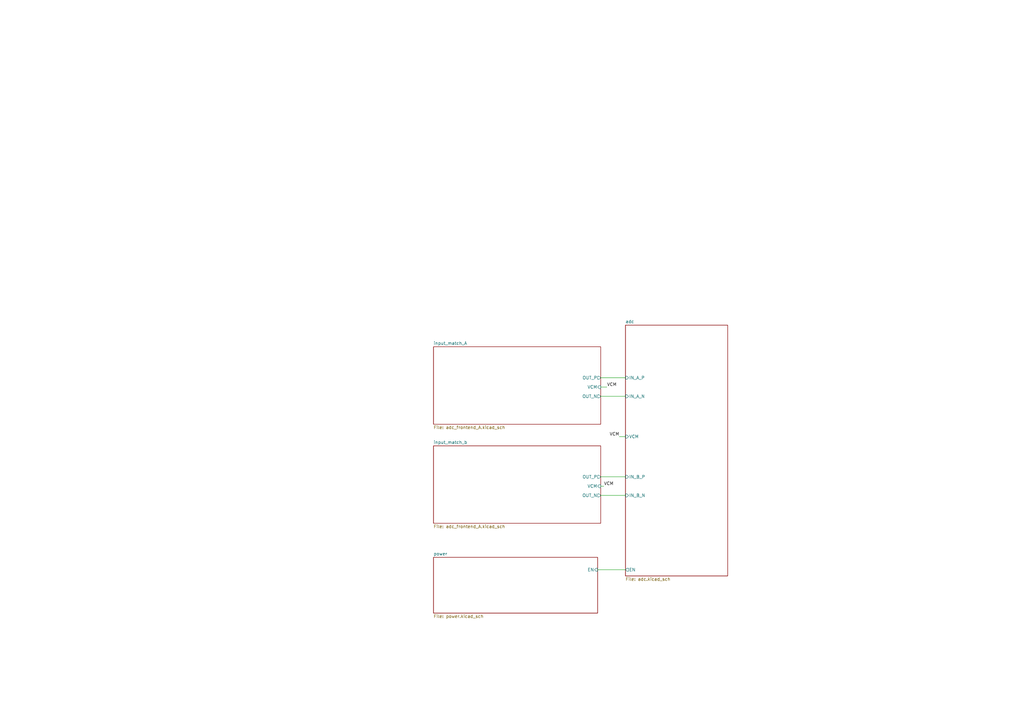
<source format=kicad_sch>
(kicad_sch (version 20230121) (generator eeschema)
  (paper "A3")
  (lib_symbols)
  (wire (pts (xy 256.54 233.68) (xy 245.11 233.68)))
  (wire (pts (xy 246.38 199.39) (xy 247.65 199.39)))
  (wire (pts (xy 254 179.07) (xy 256.54 179.07)))
  (wire (pts (xy 246.38 162.56) (xy 256.54 162.56)))
  (wire (pts (xy 246.38 154.94) (xy 256.54 154.94)))
  (wire (pts (xy 246.38 195.58) (xy 256.54 195.58)))
  (wire (pts (xy 246.38 203.2) (xy 256.54 203.2)))
  (wire (pts (xy 246.38 158.75) (xy 248.92 158.75)))
  (label "VCM" (at 247.65 199.39 0))
  (label "VCM" (at 254 179.07 180))
  (label "VCM" (at 248.92 158.75 0))
  (sheet (at 177.8 142.24) (size 68.58 31.75)
    (property "Sheetname" "input_match_A" (at 177.8 141.5284 0) (effects (justify left bottom)))
    (property "Sheetfile" "adc_frontend_A.kicad_sch" (at 177.8 174.5746 0) (effects (justify left top)))
    (pin "VCM" input (at 246.38 158.75 0))
    (pin "OUT_P" output (at 246.38 154.94 0))
    (pin "OUT_N" output (at 246.38 162.56 0))
  )
  (sheet (at 256.54 133.35) (size 41.91 102.87)
    (property "Sheetname" "adc" (at 256.54 132.6384 0) (effects (justify left bottom)))
    (property "Sheetfile" "adc.kicad_sch" (at 256.54 236.8046 0) (effects (justify left top)))
    (pin "IN_A_P" input (at 256.54 154.94 180))
    (pin "IN_A_N" input (at 256.54 162.56 180))
    (pin "IN_B_N" input (at 256.54 203.2 180))
    (pin "IN_B_P" input (at 256.54 195.58 180))
    (pin "VCM" input (at 256.54 179.07 180))
    (pin "EN" output (at 256.54 233.68 180))
  )
  (sheet (at 177.8 182.88) (size 68.58 31.75)
    (property "Sheetname" "input_match_b" (at 177.8 182.1684 0) (effects (justify left bottom)))
    (property "Sheetfile" "adc_frontend_A.kicad_sch" (at 177.8 215.2146 0) (effects (justify left top)))
    (pin "VCM" input (at 246.38 199.39 0))
    (pin "OUT_P" output (at 246.38 195.58 0))
    (pin "OUT_N" output (at 246.38 203.2 0))
  )
  (sheet (at 177.8 228.6) (size 67.31 22.86)
    (property "Sheetname" "power" (at 177.8 227.8884 0) (effects (justify left bottom)))
    (property "Sheetfile" "power.kicad_sch" (at 177.8 252.0446 0) (effects (justify left top)))
    (pin "EN" input (at 245.11 233.68 0))
  )
)
</source>
